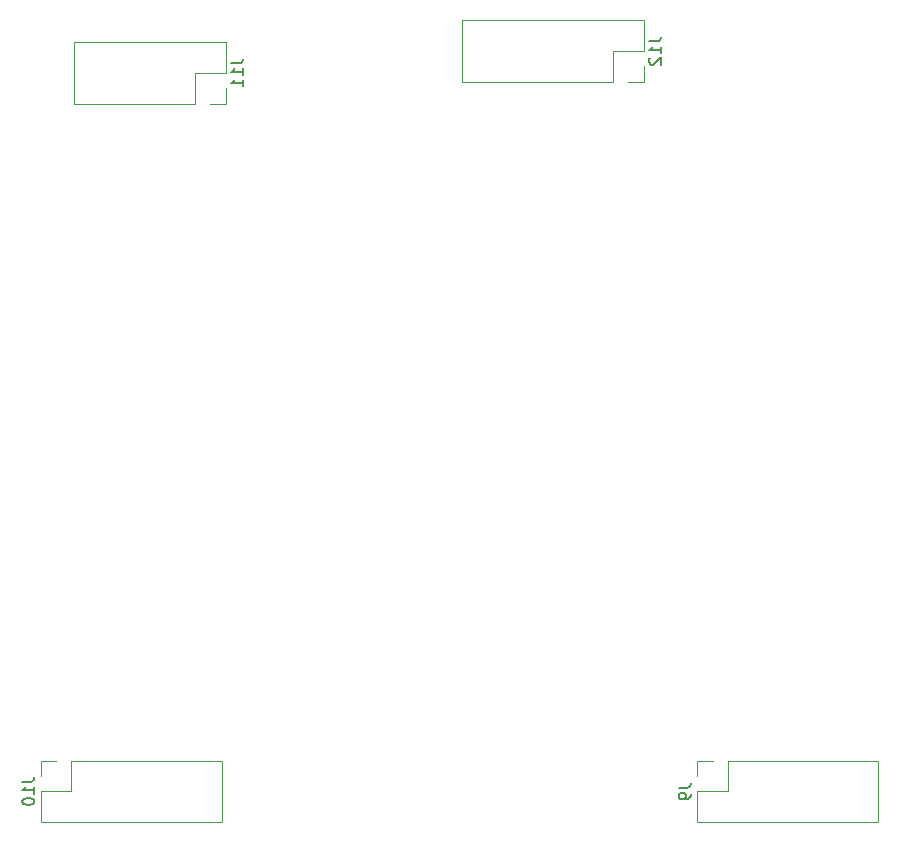
<source format=gbr>
%TF.GenerationSoftware,KiCad,Pcbnew,(6.0.10)*%
%TF.CreationDate,2023-01-06T10:16:34+00:00*%
%TF.ProjectId,test_board_boost,74657374-5f62-46f6-9172-645f626f6f73,rev?*%
%TF.SameCoordinates,Original*%
%TF.FileFunction,Legend,Bot*%
%TF.FilePolarity,Positive*%
%FSLAX46Y46*%
G04 Gerber Fmt 4.6, Leading zero omitted, Abs format (unit mm)*
G04 Created by KiCad (PCBNEW (6.0.10)) date 2023-01-06 10:16:34*
%MOMM*%
%LPD*%
G01*
G04 APERTURE LIST*
%ADD10C,0.150000*%
%ADD11C,0.120000*%
G04 APERTURE END LIST*
D10*
%TO.C,J11*%
X111262380Y-63875476D02*
X111976666Y-63875476D01*
X112119523Y-63827857D01*
X112214761Y-63732619D01*
X112262380Y-63589761D01*
X112262380Y-63494523D01*
X112262380Y-64875476D02*
X112262380Y-64304047D01*
X112262380Y-64589761D02*
X111262380Y-64589761D01*
X111405238Y-64494523D01*
X111500476Y-64399285D01*
X111548095Y-64304047D01*
X112262380Y-65827857D02*
X112262380Y-65256428D01*
X112262380Y-65542142D02*
X111262380Y-65542142D01*
X111405238Y-65446904D01*
X111500476Y-65351666D01*
X111548095Y-65256428D01*
%TO.C,J10*%
X93587380Y-124716278D02*
X94301666Y-124716278D01*
X94444523Y-124668659D01*
X94539761Y-124573421D01*
X94587380Y-124430563D01*
X94587380Y-124335325D01*
X94587380Y-125716278D02*
X94587380Y-125144849D01*
X94587380Y-125430563D02*
X93587380Y-125430563D01*
X93730238Y-125335325D01*
X93825476Y-125240087D01*
X93873095Y-125144849D01*
X93587380Y-126335325D02*
X93587380Y-126430563D01*
X93635000Y-126525802D01*
X93682619Y-126573421D01*
X93777857Y-126621040D01*
X93968333Y-126668659D01*
X94206428Y-126668659D01*
X94396904Y-126621040D01*
X94492142Y-126573421D01*
X94539761Y-126525802D01*
X94587380Y-126430563D01*
X94587380Y-126335325D01*
X94539761Y-126240087D01*
X94492142Y-126192468D01*
X94396904Y-126144849D01*
X94206428Y-126097230D01*
X93968333Y-126097230D01*
X93777857Y-126144849D01*
X93682619Y-126192468D01*
X93635000Y-126240087D01*
X93587380Y-126335325D01*
%TO.C,J9*%
X149162535Y-125192468D02*
X149876821Y-125192468D01*
X150019678Y-125144849D01*
X150114916Y-125049611D01*
X150162535Y-124906754D01*
X150162535Y-124811516D01*
X150162535Y-125716278D02*
X150162535Y-125906754D01*
X150114916Y-126001992D01*
X150067297Y-126049611D01*
X149924440Y-126144849D01*
X149733964Y-126192468D01*
X149353012Y-126192468D01*
X149257774Y-126144849D01*
X149210155Y-126097230D01*
X149162535Y-126001992D01*
X149162535Y-125811516D01*
X149210155Y-125716278D01*
X149257774Y-125668659D01*
X149353012Y-125621040D01*
X149591107Y-125621040D01*
X149686345Y-125668659D01*
X149733964Y-125716278D01*
X149781583Y-125811516D01*
X149781583Y-126001992D01*
X149733964Y-126097230D01*
X149686345Y-126144849D01*
X149591107Y-126192468D01*
%TO.C,J12*%
X146657380Y-62025476D02*
X147371666Y-62025476D01*
X147514523Y-61977857D01*
X147609761Y-61882619D01*
X147657380Y-61739761D01*
X147657380Y-61644523D01*
X147657380Y-63025476D02*
X147657380Y-62454047D01*
X147657380Y-62739761D02*
X146657380Y-62739761D01*
X146800238Y-62644523D01*
X146895476Y-62549285D01*
X146943095Y-62454047D01*
X146752619Y-63406428D02*
X146705000Y-63454047D01*
X146657380Y-63549285D01*
X146657380Y-63787380D01*
X146705000Y-63882619D01*
X146752619Y-63930238D01*
X146847857Y-63977857D01*
X146943095Y-63977857D01*
X147085952Y-63930238D01*
X147657380Y-63358809D01*
X147657380Y-63977857D01*
D11*
%TO.C,J11*%
X110810000Y-67285000D02*
X110810000Y-65955000D01*
X108210000Y-64685000D02*
X110810000Y-64685000D01*
X108210000Y-67285000D02*
X108210000Y-64685000D01*
X110810000Y-64685000D02*
X110810000Y-62085000D01*
X110810000Y-62085000D02*
X97990000Y-62085000D01*
X108210000Y-67285000D02*
X97990000Y-67285000D01*
X97990000Y-67285000D02*
X97990000Y-62085000D01*
X109480000Y-67285000D02*
X110810000Y-67285000D01*
%TO.C,J10*%
X110495000Y-122925802D02*
X110495000Y-128125802D01*
X97735000Y-122925802D02*
X110495000Y-122925802D01*
X97735000Y-122925802D02*
X97735000Y-125525802D01*
X95135000Y-122925802D02*
X95135000Y-124255802D01*
X95135000Y-128125802D02*
X110495000Y-128125802D01*
X97735000Y-125525802D02*
X95135000Y-125525802D01*
X96465000Y-122925802D02*
X95135000Y-122925802D01*
X95135000Y-125525802D02*
X95135000Y-128125802D01*
%TO.C,J9*%
X150710155Y-122925802D02*
X150710155Y-124255802D01*
X153310155Y-125525802D02*
X150710155Y-125525802D01*
X150710155Y-128125802D02*
X166070155Y-128125802D01*
X153310155Y-122925802D02*
X153310155Y-125525802D01*
X166070155Y-122925802D02*
X166070155Y-128125802D01*
X153310155Y-122925802D02*
X166070155Y-122925802D01*
X150710155Y-125525802D02*
X150710155Y-128125802D01*
X152040155Y-122925802D02*
X150710155Y-122925802D01*
%TO.C,J12*%
X143605000Y-62835000D02*
X146205000Y-62835000D01*
X146205000Y-65435000D02*
X146205000Y-64105000D01*
X144875000Y-65435000D02*
X146205000Y-65435000D01*
X143605000Y-65435000D02*
X130845000Y-65435000D01*
X130845000Y-65435000D02*
X130845000Y-60235000D01*
X146205000Y-62835000D02*
X146205000Y-60235000D01*
X143605000Y-65435000D02*
X143605000Y-62835000D01*
X146205000Y-60235000D02*
X130845000Y-60235000D01*
%TD*%
M02*

</source>
